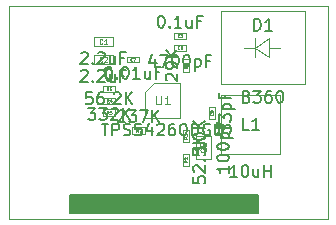
<source format=gbr>
G04 #@! TF.GenerationSoftware,KiCad,Pcbnew,8.0.3*
G04 #@! TF.CreationDate,2024-08-02T19:57:07+02:00*
G04 #@! TF.ProjectId,powermod,706f7765-726d-46f6-942e-6b696361645f,rev?*
G04 #@! TF.SameCoordinates,PXf42400PY2719c40*
G04 #@! TF.FileFunction,AssemblyDrawing,Top*
%FSLAX46Y46*%
G04 Gerber Fmt 4.6, Leading zero omitted, Abs format (unit mm)*
G04 Created by KiCad (PCBNEW 8.0.3) date 2024-08-02 19:57:07*
%MOMM*%
%LPD*%
G01*
G04 APERTURE LIST*
%ADD10C,0.150000*%
%ADD11C,0.060000*%
%ADD12C,0.110000*%
%ADD13C,0.040000*%
%ADD14C,0.080000*%
%ADD15C,0.100000*%
G04 #@! TA.AperFunction,Profile*
%ADD16C,0.120000*%
G04 #@! TD*
G04 APERTURE END LIST*
D10*
X6119048Y-3480057D02*
X6166667Y-3432438D01*
X6166667Y-3432438D02*
X6261905Y-3384819D01*
X6261905Y-3384819D02*
X6500000Y-3384819D01*
X6500000Y-3384819D02*
X6595238Y-3432438D01*
X6595238Y-3432438D02*
X6642857Y-3480057D01*
X6642857Y-3480057D02*
X6690476Y-3575295D01*
X6690476Y-3575295D02*
X6690476Y-3670533D01*
X6690476Y-3670533D02*
X6642857Y-3813390D01*
X6642857Y-3813390D02*
X6071429Y-4384819D01*
X6071429Y-4384819D02*
X6690476Y-4384819D01*
X7119048Y-4289580D02*
X7166667Y-4337200D01*
X7166667Y-4337200D02*
X7119048Y-4384819D01*
X7119048Y-4384819D02*
X7071429Y-4337200D01*
X7071429Y-4337200D02*
X7119048Y-4289580D01*
X7119048Y-4289580D02*
X7119048Y-4384819D01*
X7547619Y-3480057D02*
X7595238Y-3432438D01*
X7595238Y-3432438D02*
X7690476Y-3384819D01*
X7690476Y-3384819D02*
X7928571Y-3384819D01*
X7928571Y-3384819D02*
X8023809Y-3432438D01*
X8023809Y-3432438D02*
X8071428Y-3480057D01*
X8071428Y-3480057D02*
X8119047Y-3575295D01*
X8119047Y-3575295D02*
X8119047Y-3670533D01*
X8119047Y-3670533D02*
X8071428Y-3813390D01*
X8071428Y-3813390D02*
X7500000Y-4384819D01*
X7500000Y-4384819D02*
X8119047Y-4384819D01*
X8976190Y-3718152D02*
X8976190Y-4384819D01*
X8547619Y-3718152D02*
X8547619Y-4241961D01*
X8547619Y-4241961D02*
X8595238Y-4337200D01*
X8595238Y-4337200D02*
X8690476Y-4384819D01*
X8690476Y-4384819D02*
X8833333Y-4384819D01*
X8833333Y-4384819D02*
X8928571Y-4337200D01*
X8928571Y-4337200D02*
X8976190Y-4289580D01*
X9785714Y-3861009D02*
X9452381Y-3861009D01*
X9452381Y-4384819D02*
X9452381Y-3384819D01*
X9452381Y-3384819D02*
X9928571Y-3384819D01*
D11*
X7933333Y-2643832D02*
X7914285Y-2662880D01*
X7914285Y-2662880D02*
X7857143Y-2681927D01*
X7857143Y-2681927D02*
X7819047Y-2681927D01*
X7819047Y-2681927D02*
X7761904Y-2662880D01*
X7761904Y-2662880D02*
X7723809Y-2624784D01*
X7723809Y-2624784D02*
X7704762Y-2586689D01*
X7704762Y-2586689D02*
X7685714Y-2510499D01*
X7685714Y-2510499D02*
X7685714Y-2453356D01*
X7685714Y-2453356D02*
X7704762Y-2377165D01*
X7704762Y-2377165D02*
X7723809Y-2339070D01*
X7723809Y-2339070D02*
X7761904Y-2300975D01*
X7761904Y-2300975D02*
X7819047Y-2281927D01*
X7819047Y-2281927D02*
X7857143Y-2281927D01*
X7857143Y-2281927D02*
X7914285Y-2300975D01*
X7914285Y-2300975D02*
X7933333Y-2320022D01*
X8085714Y-2320022D02*
X8104762Y-2300975D01*
X8104762Y-2300975D02*
X8142857Y-2281927D01*
X8142857Y-2281927D02*
X8238095Y-2281927D01*
X8238095Y-2281927D02*
X8276190Y-2300975D01*
X8276190Y-2300975D02*
X8295238Y-2320022D01*
X8295238Y-2320022D02*
X8314285Y-2358118D01*
X8314285Y-2358118D02*
X8314285Y-2396213D01*
X8314285Y-2396213D02*
X8295238Y-2453356D01*
X8295238Y-2453356D02*
X8066666Y-2681927D01*
X8066666Y-2681927D02*
X8314285Y-2681927D01*
D10*
X7873333Y-7924819D02*
X8444761Y-7924819D01*
X8159047Y-8924819D02*
X8159047Y-7924819D01*
X8778095Y-8924819D02*
X8778095Y-7924819D01*
X8778095Y-7924819D02*
X9159047Y-7924819D01*
X9159047Y-7924819D02*
X9254285Y-7972438D01*
X9254285Y-7972438D02*
X9301904Y-8020057D01*
X9301904Y-8020057D02*
X9349523Y-8115295D01*
X9349523Y-8115295D02*
X9349523Y-8258152D01*
X9349523Y-8258152D02*
X9301904Y-8353390D01*
X9301904Y-8353390D02*
X9254285Y-8401009D01*
X9254285Y-8401009D02*
X9159047Y-8448628D01*
X9159047Y-8448628D02*
X8778095Y-8448628D01*
X9730476Y-8877200D02*
X9873333Y-8924819D01*
X9873333Y-8924819D02*
X10111428Y-8924819D01*
X10111428Y-8924819D02*
X10206666Y-8877200D01*
X10206666Y-8877200D02*
X10254285Y-8829580D01*
X10254285Y-8829580D02*
X10301904Y-8734342D01*
X10301904Y-8734342D02*
X10301904Y-8639104D01*
X10301904Y-8639104D02*
X10254285Y-8543866D01*
X10254285Y-8543866D02*
X10206666Y-8496247D01*
X10206666Y-8496247D02*
X10111428Y-8448628D01*
X10111428Y-8448628D02*
X9920952Y-8401009D01*
X9920952Y-8401009D02*
X9825714Y-8353390D01*
X9825714Y-8353390D02*
X9778095Y-8305771D01*
X9778095Y-8305771D02*
X9730476Y-8210533D01*
X9730476Y-8210533D02*
X9730476Y-8115295D01*
X9730476Y-8115295D02*
X9778095Y-8020057D01*
X9778095Y-8020057D02*
X9825714Y-7972438D01*
X9825714Y-7972438D02*
X9920952Y-7924819D01*
X9920952Y-7924819D02*
X10159047Y-7924819D01*
X10159047Y-7924819D02*
X10301904Y-7972438D01*
X11206666Y-7924819D02*
X10730476Y-7924819D01*
X10730476Y-7924819D02*
X10682857Y-8401009D01*
X10682857Y-8401009D02*
X10730476Y-8353390D01*
X10730476Y-8353390D02*
X10825714Y-8305771D01*
X10825714Y-8305771D02*
X11063809Y-8305771D01*
X11063809Y-8305771D02*
X11159047Y-8353390D01*
X11159047Y-8353390D02*
X11206666Y-8401009D01*
X11206666Y-8401009D02*
X11254285Y-8496247D01*
X11254285Y-8496247D02*
X11254285Y-8734342D01*
X11254285Y-8734342D02*
X11206666Y-8829580D01*
X11206666Y-8829580D02*
X11159047Y-8877200D01*
X11159047Y-8877200D02*
X11063809Y-8924819D01*
X11063809Y-8924819D02*
X10825714Y-8924819D01*
X10825714Y-8924819D02*
X10730476Y-8877200D01*
X10730476Y-8877200D02*
X10682857Y-8829580D01*
X12111428Y-8258152D02*
X12111428Y-8924819D01*
X11873333Y-7877200D02*
X11635238Y-8591485D01*
X11635238Y-8591485D02*
X12254285Y-8591485D01*
X12587619Y-8020057D02*
X12635238Y-7972438D01*
X12635238Y-7972438D02*
X12730476Y-7924819D01*
X12730476Y-7924819D02*
X12968571Y-7924819D01*
X12968571Y-7924819D02*
X13063809Y-7972438D01*
X13063809Y-7972438D02*
X13111428Y-8020057D01*
X13111428Y-8020057D02*
X13159047Y-8115295D01*
X13159047Y-8115295D02*
X13159047Y-8210533D01*
X13159047Y-8210533D02*
X13111428Y-8353390D01*
X13111428Y-8353390D02*
X12540000Y-8924819D01*
X12540000Y-8924819D02*
X13159047Y-8924819D01*
X14016190Y-7924819D02*
X13825714Y-7924819D01*
X13825714Y-7924819D02*
X13730476Y-7972438D01*
X13730476Y-7972438D02*
X13682857Y-8020057D01*
X13682857Y-8020057D02*
X13587619Y-8162914D01*
X13587619Y-8162914D02*
X13540000Y-8353390D01*
X13540000Y-8353390D02*
X13540000Y-8734342D01*
X13540000Y-8734342D02*
X13587619Y-8829580D01*
X13587619Y-8829580D02*
X13635238Y-8877200D01*
X13635238Y-8877200D02*
X13730476Y-8924819D01*
X13730476Y-8924819D02*
X13920952Y-8924819D01*
X13920952Y-8924819D02*
X14016190Y-8877200D01*
X14016190Y-8877200D02*
X14063809Y-8829580D01*
X14063809Y-8829580D02*
X14111428Y-8734342D01*
X14111428Y-8734342D02*
X14111428Y-8496247D01*
X14111428Y-8496247D02*
X14063809Y-8401009D01*
X14063809Y-8401009D02*
X14016190Y-8353390D01*
X14016190Y-8353390D02*
X13920952Y-8305771D01*
X13920952Y-8305771D02*
X13730476Y-8305771D01*
X13730476Y-8305771D02*
X13635238Y-8353390D01*
X13635238Y-8353390D02*
X13587619Y-8401009D01*
X13587619Y-8401009D02*
X13540000Y-8496247D01*
X14730476Y-7924819D02*
X14825714Y-7924819D01*
X14825714Y-7924819D02*
X14920952Y-7972438D01*
X14920952Y-7972438D02*
X14968571Y-8020057D01*
X14968571Y-8020057D02*
X15016190Y-8115295D01*
X15016190Y-8115295D02*
X15063809Y-8305771D01*
X15063809Y-8305771D02*
X15063809Y-8543866D01*
X15063809Y-8543866D02*
X15016190Y-8734342D01*
X15016190Y-8734342D02*
X14968571Y-8829580D01*
X14968571Y-8829580D02*
X14920952Y-8877200D01*
X14920952Y-8877200D02*
X14825714Y-8924819D01*
X14825714Y-8924819D02*
X14730476Y-8924819D01*
X14730476Y-8924819D02*
X14635238Y-8877200D01*
X14635238Y-8877200D02*
X14587619Y-8829580D01*
X14587619Y-8829580D02*
X14540000Y-8734342D01*
X14540000Y-8734342D02*
X14492381Y-8543866D01*
X14492381Y-8543866D02*
X14492381Y-8305771D01*
X14492381Y-8305771D02*
X14540000Y-8115295D01*
X14540000Y-8115295D02*
X14587619Y-8020057D01*
X14587619Y-8020057D02*
X14635238Y-7972438D01*
X14635238Y-7972438D02*
X14730476Y-7924819D01*
X15492381Y-8924819D02*
X15492381Y-7924819D01*
X15492381Y-7924819D02*
X15730476Y-7924819D01*
X15730476Y-7924819D02*
X15873333Y-7972438D01*
X15873333Y-7972438D02*
X15968571Y-8067676D01*
X15968571Y-8067676D02*
X16016190Y-8162914D01*
X16016190Y-8162914D02*
X16063809Y-8353390D01*
X16063809Y-8353390D02*
X16063809Y-8496247D01*
X16063809Y-8496247D02*
X16016190Y-8686723D01*
X16016190Y-8686723D02*
X15968571Y-8781961D01*
X15968571Y-8781961D02*
X15873333Y-8877200D01*
X15873333Y-8877200D02*
X15730476Y-8924819D01*
X15730476Y-8924819D02*
X15492381Y-8924819D01*
X17016190Y-7972438D02*
X16920952Y-7924819D01*
X16920952Y-7924819D02*
X16778095Y-7924819D01*
X16778095Y-7924819D02*
X16635238Y-7972438D01*
X16635238Y-7972438D02*
X16540000Y-8067676D01*
X16540000Y-8067676D02*
X16492381Y-8162914D01*
X16492381Y-8162914D02*
X16444762Y-8353390D01*
X16444762Y-8353390D02*
X16444762Y-8496247D01*
X16444762Y-8496247D02*
X16492381Y-8686723D01*
X16492381Y-8686723D02*
X16540000Y-8781961D01*
X16540000Y-8781961D02*
X16635238Y-8877200D01*
X16635238Y-8877200D02*
X16778095Y-8924819D01*
X16778095Y-8924819D02*
X16873333Y-8924819D01*
X16873333Y-8924819D02*
X17016190Y-8877200D01*
X17016190Y-8877200D02*
X17063809Y-8829580D01*
X17063809Y-8829580D02*
X17063809Y-8496247D01*
X17063809Y-8496247D02*
X16873333Y-8496247D01*
X18159047Y-9020057D02*
X18063809Y-8972438D01*
X18063809Y-8972438D02*
X17968571Y-8877200D01*
X17968571Y-8877200D02*
X17825714Y-8734342D01*
X17825714Y-8734342D02*
X17730476Y-8686723D01*
X17730476Y-8686723D02*
X17635238Y-8686723D01*
X17682857Y-8924819D02*
X17587619Y-8877200D01*
X17587619Y-8877200D02*
X17492381Y-8781961D01*
X17492381Y-8781961D02*
X17444762Y-8591485D01*
X17444762Y-8591485D02*
X17444762Y-8258152D01*
X17444762Y-8258152D02*
X17492381Y-8067676D01*
X17492381Y-8067676D02*
X17587619Y-7972438D01*
X17587619Y-7972438D02*
X17682857Y-7924819D01*
X17682857Y-7924819D02*
X17873333Y-7924819D01*
X17873333Y-7924819D02*
X17968571Y-7972438D01*
X17968571Y-7972438D02*
X18063809Y-8067676D01*
X18063809Y-8067676D02*
X18111428Y-8258152D01*
X18111428Y-8258152D02*
X18111428Y-8591485D01*
X18111428Y-8591485D02*
X18063809Y-8781961D01*
X18063809Y-8781961D02*
X17968571Y-8877200D01*
X17968571Y-8877200D02*
X17873333Y-8924819D01*
X17873333Y-8924819D02*
X17682857Y-8924819D01*
D12*
X12468571Y-5561244D02*
X12468571Y-6168387D01*
X12468571Y-6168387D02*
X12504285Y-6239815D01*
X12504285Y-6239815D02*
X12540000Y-6275530D01*
X12540000Y-6275530D02*
X12611428Y-6311244D01*
X12611428Y-6311244D02*
X12754285Y-6311244D01*
X12754285Y-6311244D02*
X12825714Y-6275530D01*
X12825714Y-6275530D02*
X12861428Y-6239815D01*
X12861428Y-6239815D02*
X12897142Y-6168387D01*
X12897142Y-6168387D02*
X12897142Y-5561244D01*
X13647142Y-6311244D02*
X13218571Y-6311244D01*
X13432856Y-6311244D02*
X13432856Y-5561244D01*
X13432856Y-5561244D02*
X13361428Y-5668387D01*
X13361428Y-5668387D02*
X13289999Y-5739815D01*
X13289999Y-5739815D02*
X13218571Y-5775530D01*
D10*
X13380057Y-4261904D02*
X13332438Y-4214285D01*
X13332438Y-4214285D02*
X13284819Y-4119047D01*
X13284819Y-4119047D02*
X13284819Y-3880952D01*
X13284819Y-3880952D02*
X13332438Y-3785714D01*
X13332438Y-3785714D02*
X13380057Y-3738095D01*
X13380057Y-3738095D02*
X13475295Y-3690476D01*
X13475295Y-3690476D02*
X13570533Y-3690476D01*
X13570533Y-3690476D02*
X13713390Y-3738095D01*
X13713390Y-3738095D02*
X14284819Y-4309523D01*
X14284819Y-4309523D02*
X14284819Y-3690476D01*
X14284819Y-3214285D02*
X14284819Y-3023809D01*
X14284819Y-3023809D02*
X14237200Y-2928571D01*
X14237200Y-2928571D02*
X14189580Y-2880952D01*
X14189580Y-2880952D02*
X14046723Y-2785714D01*
X14046723Y-2785714D02*
X13856247Y-2738095D01*
X13856247Y-2738095D02*
X13475295Y-2738095D01*
X13475295Y-2738095D02*
X13380057Y-2785714D01*
X13380057Y-2785714D02*
X13332438Y-2833333D01*
X13332438Y-2833333D02*
X13284819Y-2928571D01*
X13284819Y-2928571D02*
X13284819Y-3119047D01*
X13284819Y-3119047D02*
X13332438Y-3214285D01*
X13332438Y-3214285D02*
X13380057Y-3261904D01*
X13380057Y-3261904D02*
X13475295Y-3309523D01*
X13475295Y-3309523D02*
X13713390Y-3309523D01*
X13713390Y-3309523D02*
X13808628Y-3261904D01*
X13808628Y-3261904D02*
X13856247Y-3214285D01*
X13856247Y-3214285D02*
X13903866Y-3119047D01*
X13903866Y-3119047D02*
X13903866Y-2928571D01*
X13903866Y-2928571D02*
X13856247Y-2833333D01*
X13856247Y-2833333D02*
X13808628Y-2785714D01*
X13808628Y-2785714D02*
X13713390Y-2738095D01*
X14284819Y-2309523D02*
X13284819Y-2309523D01*
X14284819Y-1738095D02*
X13713390Y-2166666D01*
X13284819Y-1738095D02*
X13856247Y-2309523D01*
D13*
X15118200Y-3043332D02*
X14994391Y-3129999D01*
X15118200Y-3191904D02*
X14858200Y-3191904D01*
X14858200Y-3191904D02*
X14858200Y-3092856D01*
X14858200Y-3092856D02*
X14870581Y-3068094D01*
X14870581Y-3068094D02*
X14882962Y-3055713D01*
X14882962Y-3055713D02*
X14907724Y-3043332D01*
X14907724Y-3043332D02*
X14944867Y-3043332D01*
X14944867Y-3043332D02*
X14969629Y-3055713D01*
X14969629Y-3055713D02*
X14982010Y-3068094D01*
X14982010Y-3068094D02*
X14994391Y-3092856D01*
X14994391Y-3092856D02*
X14994391Y-3191904D01*
X14969629Y-2894761D02*
X14957248Y-2919523D01*
X14957248Y-2919523D02*
X14944867Y-2931904D01*
X14944867Y-2931904D02*
X14920105Y-2944285D01*
X14920105Y-2944285D02*
X14907724Y-2944285D01*
X14907724Y-2944285D02*
X14882962Y-2931904D01*
X14882962Y-2931904D02*
X14870581Y-2919523D01*
X14870581Y-2919523D02*
X14858200Y-2894761D01*
X14858200Y-2894761D02*
X14858200Y-2845237D01*
X14858200Y-2845237D02*
X14870581Y-2820475D01*
X14870581Y-2820475D02*
X14882962Y-2808094D01*
X14882962Y-2808094D02*
X14907724Y-2795713D01*
X14907724Y-2795713D02*
X14920105Y-2795713D01*
X14920105Y-2795713D02*
X14944867Y-2808094D01*
X14944867Y-2808094D02*
X14957248Y-2820475D01*
X14957248Y-2820475D02*
X14969629Y-2845237D01*
X14969629Y-2845237D02*
X14969629Y-2894761D01*
X14969629Y-2894761D02*
X14982010Y-2919523D01*
X14982010Y-2919523D02*
X14994391Y-2931904D01*
X14994391Y-2931904D02*
X15019153Y-2944285D01*
X15019153Y-2944285D02*
X15068677Y-2944285D01*
X15068677Y-2944285D02*
X15093439Y-2931904D01*
X15093439Y-2931904D02*
X15105820Y-2919523D01*
X15105820Y-2919523D02*
X15118200Y-2894761D01*
X15118200Y-2894761D02*
X15118200Y-2845237D01*
X15118200Y-2845237D02*
X15105820Y-2820475D01*
X15105820Y-2820475D02*
X15093439Y-2808094D01*
X15093439Y-2808094D02*
X15068677Y-2795713D01*
X15068677Y-2795713D02*
X15019153Y-2795713D01*
X15019153Y-2795713D02*
X14994391Y-2808094D01*
X14994391Y-2808094D02*
X14982010Y-2820475D01*
X14982010Y-2820475D02*
X14969629Y-2845237D01*
D10*
X9261905Y-6880057D02*
X9309524Y-6832438D01*
X9309524Y-6832438D02*
X9404762Y-6784819D01*
X9404762Y-6784819D02*
X9642857Y-6784819D01*
X9642857Y-6784819D02*
X9738095Y-6832438D01*
X9738095Y-6832438D02*
X9785714Y-6880057D01*
X9785714Y-6880057D02*
X9833333Y-6975295D01*
X9833333Y-6975295D02*
X9833333Y-7070533D01*
X9833333Y-7070533D02*
X9785714Y-7213390D01*
X9785714Y-7213390D02*
X9214286Y-7784819D01*
X9214286Y-7784819D02*
X9833333Y-7784819D01*
X10166667Y-6784819D02*
X10785714Y-6784819D01*
X10785714Y-6784819D02*
X10452381Y-7165771D01*
X10452381Y-7165771D02*
X10595238Y-7165771D01*
X10595238Y-7165771D02*
X10690476Y-7213390D01*
X10690476Y-7213390D02*
X10738095Y-7261009D01*
X10738095Y-7261009D02*
X10785714Y-7356247D01*
X10785714Y-7356247D02*
X10785714Y-7594342D01*
X10785714Y-7594342D02*
X10738095Y-7689580D01*
X10738095Y-7689580D02*
X10690476Y-7737200D01*
X10690476Y-7737200D02*
X10595238Y-7784819D01*
X10595238Y-7784819D02*
X10309524Y-7784819D01*
X10309524Y-7784819D02*
X10214286Y-7737200D01*
X10214286Y-7737200D02*
X10166667Y-7689580D01*
X11119048Y-6784819D02*
X11785714Y-6784819D01*
X11785714Y-6784819D02*
X11357143Y-7784819D01*
X12166667Y-7784819D02*
X12166667Y-6784819D01*
X12738095Y-7784819D02*
X12309524Y-7213390D01*
X12738095Y-6784819D02*
X12166667Y-7356247D01*
D13*
X10956667Y-8618200D02*
X10870000Y-8494391D01*
X10808095Y-8618200D02*
X10808095Y-8358200D01*
X10808095Y-8358200D02*
X10907143Y-8358200D01*
X10907143Y-8358200D02*
X10931905Y-8370581D01*
X10931905Y-8370581D02*
X10944286Y-8382962D01*
X10944286Y-8382962D02*
X10956667Y-8407724D01*
X10956667Y-8407724D02*
X10956667Y-8444867D01*
X10956667Y-8444867D02*
X10944286Y-8469629D01*
X10944286Y-8469629D02*
X10931905Y-8482010D01*
X10931905Y-8482010D02*
X10907143Y-8494391D01*
X10907143Y-8494391D02*
X10808095Y-8494391D01*
X11043333Y-8358200D02*
X11216667Y-8358200D01*
X11216667Y-8358200D02*
X11105238Y-8618200D01*
D10*
X8442381Y-3284819D02*
X8537619Y-3284819D01*
X8537619Y-3284819D02*
X8632857Y-3332438D01*
X8632857Y-3332438D02*
X8680476Y-3380057D01*
X8680476Y-3380057D02*
X8728095Y-3475295D01*
X8728095Y-3475295D02*
X8775714Y-3665771D01*
X8775714Y-3665771D02*
X8775714Y-3903866D01*
X8775714Y-3903866D02*
X8728095Y-4094342D01*
X8728095Y-4094342D02*
X8680476Y-4189580D01*
X8680476Y-4189580D02*
X8632857Y-4237200D01*
X8632857Y-4237200D02*
X8537619Y-4284819D01*
X8537619Y-4284819D02*
X8442381Y-4284819D01*
X8442381Y-4284819D02*
X8347143Y-4237200D01*
X8347143Y-4237200D02*
X8299524Y-4189580D01*
X8299524Y-4189580D02*
X8251905Y-4094342D01*
X8251905Y-4094342D02*
X8204286Y-3903866D01*
X8204286Y-3903866D02*
X8204286Y-3665771D01*
X8204286Y-3665771D02*
X8251905Y-3475295D01*
X8251905Y-3475295D02*
X8299524Y-3380057D01*
X8299524Y-3380057D02*
X8347143Y-3332438D01*
X8347143Y-3332438D02*
X8442381Y-3284819D01*
D13*
X8446667Y-5118200D02*
X8360000Y-4994391D01*
X8298095Y-5118200D02*
X8298095Y-4858200D01*
X8298095Y-4858200D02*
X8397143Y-4858200D01*
X8397143Y-4858200D02*
X8421905Y-4870581D01*
X8421905Y-4870581D02*
X8434286Y-4882962D01*
X8434286Y-4882962D02*
X8446667Y-4907724D01*
X8446667Y-4907724D02*
X8446667Y-4944867D01*
X8446667Y-4944867D02*
X8434286Y-4969629D01*
X8434286Y-4969629D02*
X8421905Y-4982010D01*
X8421905Y-4982010D02*
X8397143Y-4994391D01*
X8397143Y-4994391D02*
X8298095Y-4994391D01*
X8669524Y-4858200D02*
X8620000Y-4858200D01*
X8620000Y-4858200D02*
X8595238Y-4870581D01*
X8595238Y-4870581D02*
X8582857Y-4882962D01*
X8582857Y-4882962D02*
X8558095Y-4920105D01*
X8558095Y-4920105D02*
X8545714Y-4969629D01*
X8545714Y-4969629D02*
X8545714Y-5068677D01*
X8545714Y-5068677D02*
X8558095Y-5093439D01*
X8558095Y-5093439D02*
X8570476Y-5105820D01*
X8570476Y-5105820D02*
X8595238Y-5118200D01*
X8595238Y-5118200D02*
X8644762Y-5118200D01*
X8644762Y-5118200D02*
X8669524Y-5105820D01*
X8669524Y-5105820D02*
X8681905Y-5093439D01*
X8681905Y-5093439D02*
X8694286Y-5068677D01*
X8694286Y-5068677D02*
X8694286Y-5006772D01*
X8694286Y-5006772D02*
X8681905Y-4982010D01*
X8681905Y-4982010D02*
X8669524Y-4969629D01*
X8669524Y-4969629D02*
X8644762Y-4957248D01*
X8644762Y-4957248D02*
X8595238Y-4957248D01*
X8595238Y-4957248D02*
X8570476Y-4969629D01*
X8570476Y-4969629D02*
X8558095Y-4982010D01*
X8558095Y-4982010D02*
X8545714Y-5006772D01*
D10*
X7047619Y-5284819D02*
X6571429Y-5284819D01*
X6571429Y-5284819D02*
X6523810Y-5761009D01*
X6523810Y-5761009D02*
X6571429Y-5713390D01*
X6571429Y-5713390D02*
X6666667Y-5665771D01*
X6666667Y-5665771D02*
X6904762Y-5665771D01*
X6904762Y-5665771D02*
X7000000Y-5713390D01*
X7000000Y-5713390D02*
X7047619Y-5761009D01*
X7047619Y-5761009D02*
X7095238Y-5856247D01*
X7095238Y-5856247D02*
X7095238Y-6094342D01*
X7095238Y-6094342D02*
X7047619Y-6189580D01*
X7047619Y-6189580D02*
X7000000Y-6237200D01*
X7000000Y-6237200D02*
X6904762Y-6284819D01*
X6904762Y-6284819D02*
X6666667Y-6284819D01*
X6666667Y-6284819D02*
X6571429Y-6237200D01*
X6571429Y-6237200D02*
X6523810Y-6189580D01*
X7952381Y-5284819D02*
X7761905Y-5284819D01*
X7761905Y-5284819D02*
X7666667Y-5332438D01*
X7666667Y-5332438D02*
X7619048Y-5380057D01*
X7619048Y-5380057D02*
X7523810Y-5522914D01*
X7523810Y-5522914D02*
X7476191Y-5713390D01*
X7476191Y-5713390D02*
X7476191Y-6094342D01*
X7476191Y-6094342D02*
X7523810Y-6189580D01*
X7523810Y-6189580D02*
X7571429Y-6237200D01*
X7571429Y-6237200D02*
X7666667Y-6284819D01*
X7666667Y-6284819D02*
X7857143Y-6284819D01*
X7857143Y-6284819D02*
X7952381Y-6237200D01*
X7952381Y-6237200D02*
X8000000Y-6189580D01*
X8000000Y-6189580D02*
X8047619Y-6094342D01*
X8047619Y-6094342D02*
X8047619Y-5856247D01*
X8047619Y-5856247D02*
X8000000Y-5761009D01*
X8000000Y-5761009D02*
X7952381Y-5713390D01*
X7952381Y-5713390D02*
X7857143Y-5665771D01*
X7857143Y-5665771D02*
X7666667Y-5665771D01*
X7666667Y-5665771D02*
X7571429Y-5713390D01*
X7571429Y-5713390D02*
X7523810Y-5761009D01*
X7523810Y-5761009D02*
X7476191Y-5856247D01*
X8476191Y-6189580D02*
X8523810Y-6237200D01*
X8523810Y-6237200D02*
X8476191Y-6284819D01*
X8476191Y-6284819D02*
X8428572Y-6237200D01*
X8428572Y-6237200D02*
X8476191Y-6189580D01*
X8476191Y-6189580D02*
X8476191Y-6284819D01*
X8904762Y-5380057D02*
X8952381Y-5332438D01*
X8952381Y-5332438D02*
X9047619Y-5284819D01*
X9047619Y-5284819D02*
X9285714Y-5284819D01*
X9285714Y-5284819D02*
X9380952Y-5332438D01*
X9380952Y-5332438D02*
X9428571Y-5380057D01*
X9428571Y-5380057D02*
X9476190Y-5475295D01*
X9476190Y-5475295D02*
X9476190Y-5570533D01*
X9476190Y-5570533D02*
X9428571Y-5713390D01*
X9428571Y-5713390D02*
X8857143Y-6284819D01*
X8857143Y-6284819D02*
X9476190Y-6284819D01*
X9904762Y-6284819D02*
X9904762Y-5284819D01*
X10476190Y-6284819D02*
X10047619Y-5713390D01*
X10476190Y-5284819D02*
X9904762Y-5856247D01*
D13*
X8456667Y-7118200D02*
X8370000Y-6994391D01*
X8308095Y-7118200D02*
X8308095Y-6858200D01*
X8308095Y-6858200D02*
X8407143Y-6858200D01*
X8407143Y-6858200D02*
X8431905Y-6870581D01*
X8431905Y-6870581D02*
X8444286Y-6882962D01*
X8444286Y-6882962D02*
X8456667Y-6907724D01*
X8456667Y-6907724D02*
X8456667Y-6944867D01*
X8456667Y-6944867D02*
X8444286Y-6969629D01*
X8444286Y-6969629D02*
X8431905Y-6982010D01*
X8431905Y-6982010D02*
X8407143Y-6994391D01*
X8407143Y-6994391D02*
X8308095Y-6994391D01*
X8691905Y-6858200D02*
X8568095Y-6858200D01*
X8568095Y-6858200D02*
X8555714Y-6982010D01*
X8555714Y-6982010D02*
X8568095Y-6969629D01*
X8568095Y-6969629D02*
X8592857Y-6957248D01*
X8592857Y-6957248D02*
X8654762Y-6957248D01*
X8654762Y-6957248D02*
X8679524Y-6969629D01*
X8679524Y-6969629D02*
X8691905Y-6982010D01*
X8691905Y-6982010D02*
X8704286Y-7006772D01*
X8704286Y-7006772D02*
X8704286Y-7068677D01*
X8704286Y-7068677D02*
X8691905Y-7093439D01*
X8691905Y-7093439D02*
X8679524Y-7105820D01*
X8679524Y-7105820D02*
X8654762Y-7118200D01*
X8654762Y-7118200D02*
X8592857Y-7118200D01*
X8592857Y-7118200D02*
X8568095Y-7105820D01*
X8568095Y-7105820D02*
X8555714Y-7093439D01*
D10*
X6714286Y-6624819D02*
X7333333Y-6624819D01*
X7333333Y-6624819D02*
X7000000Y-7005771D01*
X7000000Y-7005771D02*
X7142857Y-7005771D01*
X7142857Y-7005771D02*
X7238095Y-7053390D01*
X7238095Y-7053390D02*
X7285714Y-7101009D01*
X7285714Y-7101009D02*
X7333333Y-7196247D01*
X7333333Y-7196247D02*
X7333333Y-7434342D01*
X7333333Y-7434342D02*
X7285714Y-7529580D01*
X7285714Y-7529580D02*
X7238095Y-7577200D01*
X7238095Y-7577200D02*
X7142857Y-7624819D01*
X7142857Y-7624819D02*
X6857143Y-7624819D01*
X6857143Y-7624819D02*
X6761905Y-7577200D01*
X6761905Y-7577200D02*
X6714286Y-7529580D01*
X7666667Y-6624819D02*
X8285714Y-6624819D01*
X8285714Y-6624819D02*
X7952381Y-7005771D01*
X7952381Y-7005771D02*
X8095238Y-7005771D01*
X8095238Y-7005771D02*
X8190476Y-7053390D01*
X8190476Y-7053390D02*
X8238095Y-7101009D01*
X8238095Y-7101009D02*
X8285714Y-7196247D01*
X8285714Y-7196247D02*
X8285714Y-7434342D01*
X8285714Y-7434342D02*
X8238095Y-7529580D01*
X8238095Y-7529580D02*
X8190476Y-7577200D01*
X8190476Y-7577200D02*
X8095238Y-7624819D01*
X8095238Y-7624819D02*
X7809524Y-7624819D01*
X7809524Y-7624819D02*
X7714286Y-7577200D01*
X7714286Y-7577200D02*
X7666667Y-7529580D01*
X8666667Y-6720057D02*
X8714286Y-6672438D01*
X8714286Y-6672438D02*
X8809524Y-6624819D01*
X8809524Y-6624819D02*
X9047619Y-6624819D01*
X9047619Y-6624819D02*
X9142857Y-6672438D01*
X9142857Y-6672438D02*
X9190476Y-6720057D01*
X9190476Y-6720057D02*
X9238095Y-6815295D01*
X9238095Y-6815295D02*
X9238095Y-6910533D01*
X9238095Y-6910533D02*
X9190476Y-7053390D01*
X9190476Y-7053390D02*
X8619048Y-7624819D01*
X8619048Y-7624819D02*
X9238095Y-7624819D01*
X9666667Y-7624819D02*
X9666667Y-6624819D01*
X10238095Y-7624819D02*
X9809524Y-7053390D01*
X10238095Y-6624819D02*
X9666667Y-7196247D01*
D13*
X8456667Y-6118200D02*
X8370000Y-5994391D01*
X8308095Y-6118200D02*
X8308095Y-5858200D01*
X8308095Y-5858200D02*
X8407143Y-5858200D01*
X8407143Y-5858200D02*
X8431905Y-5870581D01*
X8431905Y-5870581D02*
X8444286Y-5882962D01*
X8444286Y-5882962D02*
X8456667Y-5907724D01*
X8456667Y-5907724D02*
X8456667Y-5944867D01*
X8456667Y-5944867D02*
X8444286Y-5969629D01*
X8444286Y-5969629D02*
X8431905Y-5982010D01*
X8431905Y-5982010D02*
X8407143Y-5994391D01*
X8407143Y-5994391D02*
X8308095Y-5994391D01*
X8679524Y-5944867D02*
X8679524Y-6118200D01*
X8617619Y-5845820D02*
X8555714Y-6031534D01*
X8555714Y-6031534D02*
X8716667Y-6031534D01*
D10*
X16624819Y-9690476D02*
X16624819Y-10261904D01*
X16624819Y-9976190D02*
X15624819Y-9976190D01*
X15624819Y-9976190D02*
X15767676Y-10071428D01*
X15767676Y-10071428D02*
X15862914Y-10166666D01*
X15862914Y-10166666D02*
X15910533Y-10261904D01*
X15624819Y-9071428D02*
X15624819Y-8976190D01*
X15624819Y-8976190D02*
X15672438Y-8880952D01*
X15672438Y-8880952D02*
X15720057Y-8833333D01*
X15720057Y-8833333D02*
X15815295Y-8785714D01*
X15815295Y-8785714D02*
X16005771Y-8738095D01*
X16005771Y-8738095D02*
X16243866Y-8738095D01*
X16243866Y-8738095D02*
X16434342Y-8785714D01*
X16434342Y-8785714D02*
X16529580Y-8833333D01*
X16529580Y-8833333D02*
X16577200Y-8880952D01*
X16577200Y-8880952D02*
X16624819Y-8976190D01*
X16624819Y-8976190D02*
X16624819Y-9071428D01*
X16624819Y-9071428D02*
X16577200Y-9166666D01*
X16577200Y-9166666D02*
X16529580Y-9214285D01*
X16529580Y-9214285D02*
X16434342Y-9261904D01*
X16434342Y-9261904D02*
X16243866Y-9309523D01*
X16243866Y-9309523D02*
X16005771Y-9309523D01*
X16005771Y-9309523D02*
X15815295Y-9261904D01*
X15815295Y-9261904D02*
X15720057Y-9214285D01*
X15720057Y-9214285D02*
X15672438Y-9166666D01*
X15672438Y-9166666D02*
X15624819Y-9071428D01*
X16624819Y-8309523D02*
X15624819Y-8309523D01*
X16624819Y-7738095D02*
X16053390Y-8166666D01*
X15624819Y-7738095D02*
X16196247Y-8309523D01*
D13*
X15118200Y-9043332D02*
X14994391Y-9129999D01*
X15118200Y-9191904D02*
X14858200Y-9191904D01*
X14858200Y-9191904D02*
X14858200Y-9092856D01*
X14858200Y-9092856D02*
X14870581Y-9068094D01*
X14870581Y-9068094D02*
X14882962Y-9055713D01*
X14882962Y-9055713D02*
X14907724Y-9043332D01*
X14907724Y-9043332D02*
X14944867Y-9043332D01*
X14944867Y-9043332D02*
X14969629Y-9055713D01*
X14969629Y-9055713D02*
X14982010Y-9068094D01*
X14982010Y-9068094D02*
X14994391Y-9092856D01*
X14994391Y-9092856D02*
X14994391Y-9191904D01*
X14858200Y-8956666D02*
X14858200Y-8795713D01*
X14858200Y-8795713D02*
X14957248Y-8882380D01*
X14957248Y-8882380D02*
X14957248Y-8845237D01*
X14957248Y-8845237D02*
X14969629Y-8820475D01*
X14969629Y-8820475D02*
X14982010Y-8808094D01*
X14982010Y-8808094D02*
X15006772Y-8795713D01*
X15006772Y-8795713D02*
X15068677Y-8795713D01*
X15068677Y-8795713D02*
X15093439Y-8808094D01*
X15093439Y-8808094D02*
X15105820Y-8820475D01*
X15105820Y-8820475D02*
X15118200Y-8845237D01*
X15118200Y-8845237D02*
X15118200Y-8919523D01*
X15118200Y-8919523D02*
X15105820Y-8944285D01*
X15105820Y-8944285D02*
X15093439Y-8956666D01*
D10*
X15624819Y-12452380D02*
X15624819Y-12928570D01*
X15624819Y-12928570D02*
X16101009Y-12976189D01*
X16101009Y-12976189D02*
X16053390Y-12928570D01*
X16053390Y-12928570D02*
X16005771Y-12833332D01*
X16005771Y-12833332D02*
X16005771Y-12595237D01*
X16005771Y-12595237D02*
X16053390Y-12499999D01*
X16053390Y-12499999D02*
X16101009Y-12452380D01*
X16101009Y-12452380D02*
X16196247Y-12404761D01*
X16196247Y-12404761D02*
X16434342Y-12404761D01*
X16434342Y-12404761D02*
X16529580Y-12452380D01*
X16529580Y-12452380D02*
X16577200Y-12499999D01*
X16577200Y-12499999D02*
X16624819Y-12595237D01*
X16624819Y-12595237D02*
X16624819Y-12833332D01*
X16624819Y-12833332D02*
X16577200Y-12928570D01*
X16577200Y-12928570D02*
X16529580Y-12976189D01*
X15720057Y-12023808D02*
X15672438Y-11976189D01*
X15672438Y-11976189D02*
X15624819Y-11880951D01*
X15624819Y-11880951D02*
X15624819Y-11642856D01*
X15624819Y-11642856D02*
X15672438Y-11547618D01*
X15672438Y-11547618D02*
X15720057Y-11499999D01*
X15720057Y-11499999D02*
X15815295Y-11452380D01*
X15815295Y-11452380D02*
X15910533Y-11452380D01*
X15910533Y-11452380D02*
X16053390Y-11499999D01*
X16053390Y-11499999D02*
X16624819Y-12071427D01*
X16624819Y-12071427D02*
X16624819Y-11452380D01*
X16529580Y-11023808D02*
X16577200Y-10976189D01*
X16577200Y-10976189D02*
X16624819Y-11023808D01*
X16624819Y-11023808D02*
X16577200Y-11071427D01*
X16577200Y-11071427D02*
X16529580Y-11023808D01*
X16529580Y-11023808D02*
X16624819Y-11023808D01*
X15624819Y-10071428D02*
X15624819Y-10547618D01*
X15624819Y-10547618D02*
X16101009Y-10595237D01*
X16101009Y-10595237D02*
X16053390Y-10547618D01*
X16053390Y-10547618D02*
X16005771Y-10452380D01*
X16005771Y-10452380D02*
X16005771Y-10214285D01*
X16005771Y-10214285D02*
X16053390Y-10119047D01*
X16053390Y-10119047D02*
X16101009Y-10071428D01*
X16101009Y-10071428D02*
X16196247Y-10023809D01*
X16196247Y-10023809D02*
X16434342Y-10023809D01*
X16434342Y-10023809D02*
X16529580Y-10071428D01*
X16529580Y-10071428D02*
X16577200Y-10119047D01*
X16577200Y-10119047D02*
X16624819Y-10214285D01*
X16624819Y-10214285D02*
X16624819Y-10452380D01*
X16624819Y-10452380D02*
X16577200Y-10547618D01*
X16577200Y-10547618D02*
X16529580Y-10595237D01*
X16624819Y-9595237D02*
X15624819Y-9595237D01*
X16624819Y-9023809D02*
X16053390Y-9452380D01*
X15624819Y-9023809D02*
X16196247Y-9595237D01*
D13*
X15118200Y-11043332D02*
X14994391Y-11129999D01*
X15118200Y-11191904D02*
X14858200Y-11191904D01*
X14858200Y-11191904D02*
X14858200Y-11092856D01*
X14858200Y-11092856D02*
X14870581Y-11068094D01*
X14870581Y-11068094D02*
X14882962Y-11055713D01*
X14882962Y-11055713D02*
X14907724Y-11043332D01*
X14907724Y-11043332D02*
X14944867Y-11043332D01*
X14944867Y-11043332D02*
X14969629Y-11055713D01*
X14969629Y-11055713D02*
X14982010Y-11068094D01*
X14982010Y-11068094D02*
X14994391Y-11092856D01*
X14994391Y-11092856D02*
X14994391Y-11191904D01*
X14882962Y-10944285D02*
X14870581Y-10931904D01*
X14870581Y-10931904D02*
X14858200Y-10907142D01*
X14858200Y-10907142D02*
X14858200Y-10845237D01*
X14858200Y-10845237D02*
X14870581Y-10820475D01*
X14870581Y-10820475D02*
X14882962Y-10808094D01*
X14882962Y-10808094D02*
X14907724Y-10795713D01*
X14907724Y-10795713D02*
X14932486Y-10795713D01*
X14932486Y-10795713D02*
X14969629Y-10808094D01*
X14969629Y-10808094D02*
X15118200Y-10956666D01*
X15118200Y-10956666D02*
X15118200Y-10795713D01*
D10*
X19333333Y-12454819D02*
X18761905Y-12454819D01*
X19047619Y-12454819D02*
X19047619Y-11454819D01*
X19047619Y-11454819D02*
X18952381Y-11597676D01*
X18952381Y-11597676D02*
X18857143Y-11692914D01*
X18857143Y-11692914D02*
X18761905Y-11740533D01*
X19952381Y-11454819D02*
X20047619Y-11454819D01*
X20047619Y-11454819D02*
X20142857Y-11502438D01*
X20142857Y-11502438D02*
X20190476Y-11550057D01*
X20190476Y-11550057D02*
X20238095Y-11645295D01*
X20238095Y-11645295D02*
X20285714Y-11835771D01*
X20285714Y-11835771D02*
X20285714Y-12073866D01*
X20285714Y-12073866D02*
X20238095Y-12264342D01*
X20238095Y-12264342D02*
X20190476Y-12359580D01*
X20190476Y-12359580D02*
X20142857Y-12407200D01*
X20142857Y-12407200D02*
X20047619Y-12454819D01*
X20047619Y-12454819D02*
X19952381Y-12454819D01*
X19952381Y-12454819D02*
X19857143Y-12407200D01*
X19857143Y-12407200D02*
X19809524Y-12359580D01*
X19809524Y-12359580D02*
X19761905Y-12264342D01*
X19761905Y-12264342D02*
X19714286Y-12073866D01*
X19714286Y-12073866D02*
X19714286Y-11835771D01*
X19714286Y-11835771D02*
X19761905Y-11645295D01*
X19761905Y-11645295D02*
X19809524Y-11550057D01*
X19809524Y-11550057D02*
X19857143Y-11502438D01*
X19857143Y-11502438D02*
X19952381Y-11454819D01*
X21142857Y-11788152D02*
X21142857Y-12454819D01*
X20714286Y-11788152D02*
X20714286Y-12311961D01*
X20714286Y-12311961D02*
X20761905Y-12407200D01*
X20761905Y-12407200D02*
X20857143Y-12454819D01*
X20857143Y-12454819D02*
X21000000Y-12454819D01*
X21000000Y-12454819D02*
X21095238Y-12407200D01*
X21095238Y-12407200D02*
X21142857Y-12359580D01*
X21619048Y-12454819D02*
X21619048Y-11454819D01*
X21619048Y-11931009D02*
X22190476Y-11931009D01*
X22190476Y-12454819D02*
X22190476Y-11454819D01*
X20333333Y-8454819D02*
X19857143Y-8454819D01*
X19857143Y-8454819D02*
X19857143Y-7454819D01*
X21190476Y-8454819D02*
X20619048Y-8454819D01*
X20904762Y-8454819D02*
X20904762Y-7454819D01*
X20904762Y-7454819D02*
X20809524Y-7597676D01*
X20809524Y-7597676D02*
X20714286Y-7692914D01*
X20714286Y-7692914D02*
X20619048Y-7740533D01*
X20142857Y-5631009D02*
X20285714Y-5678628D01*
X20285714Y-5678628D02*
X20333333Y-5726247D01*
X20333333Y-5726247D02*
X20380952Y-5821485D01*
X20380952Y-5821485D02*
X20380952Y-5964342D01*
X20380952Y-5964342D02*
X20333333Y-6059580D01*
X20333333Y-6059580D02*
X20285714Y-6107200D01*
X20285714Y-6107200D02*
X20190476Y-6154819D01*
X20190476Y-6154819D02*
X19809524Y-6154819D01*
X19809524Y-6154819D02*
X19809524Y-5154819D01*
X19809524Y-5154819D02*
X20142857Y-5154819D01*
X20142857Y-5154819D02*
X20238095Y-5202438D01*
X20238095Y-5202438D02*
X20285714Y-5250057D01*
X20285714Y-5250057D02*
X20333333Y-5345295D01*
X20333333Y-5345295D02*
X20333333Y-5440533D01*
X20333333Y-5440533D02*
X20285714Y-5535771D01*
X20285714Y-5535771D02*
X20238095Y-5583390D01*
X20238095Y-5583390D02*
X20142857Y-5631009D01*
X20142857Y-5631009D02*
X19809524Y-5631009D01*
X20714286Y-5154819D02*
X21333333Y-5154819D01*
X21333333Y-5154819D02*
X21000000Y-5535771D01*
X21000000Y-5535771D02*
X21142857Y-5535771D01*
X21142857Y-5535771D02*
X21238095Y-5583390D01*
X21238095Y-5583390D02*
X21285714Y-5631009D01*
X21285714Y-5631009D02*
X21333333Y-5726247D01*
X21333333Y-5726247D02*
X21333333Y-5964342D01*
X21333333Y-5964342D02*
X21285714Y-6059580D01*
X21285714Y-6059580D02*
X21238095Y-6107200D01*
X21238095Y-6107200D02*
X21142857Y-6154819D01*
X21142857Y-6154819D02*
X20857143Y-6154819D01*
X20857143Y-6154819D02*
X20761905Y-6107200D01*
X20761905Y-6107200D02*
X20714286Y-6059580D01*
X22190476Y-5154819D02*
X22000000Y-5154819D01*
X22000000Y-5154819D02*
X21904762Y-5202438D01*
X21904762Y-5202438D02*
X21857143Y-5250057D01*
X21857143Y-5250057D02*
X21761905Y-5392914D01*
X21761905Y-5392914D02*
X21714286Y-5583390D01*
X21714286Y-5583390D02*
X21714286Y-5964342D01*
X21714286Y-5964342D02*
X21761905Y-6059580D01*
X21761905Y-6059580D02*
X21809524Y-6107200D01*
X21809524Y-6107200D02*
X21904762Y-6154819D01*
X21904762Y-6154819D02*
X22095238Y-6154819D01*
X22095238Y-6154819D02*
X22190476Y-6107200D01*
X22190476Y-6107200D02*
X22238095Y-6059580D01*
X22238095Y-6059580D02*
X22285714Y-5964342D01*
X22285714Y-5964342D02*
X22285714Y-5726247D01*
X22285714Y-5726247D02*
X22238095Y-5631009D01*
X22238095Y-5631009D02*
X22190476Y-5583390D01*
X22190476Y-5583390D02*
X22095238Y-5535771D01*
X22095238Y-5535771D02*
X21904762Y-5535771D01*
X21904762Y-5535771D02*
X21809524Y-5583390D01*
X21809524Y-5583390D02*
X21761905Y-5631009D01*
X21761905Y-5631009D02*
X21714286Y-5726247D01*
X22904762Y-5154819D02*
X23000000Y-5154819D01*
X23000000Y-5154819D02*
X23095238Y-5202438D01*
X23095238Y-5202438D02*
X23142857Y-5250057D01*
X23142857Y-5250057D02*
X23190476Y-5345295D01*
X23190476Y-5345295D02*
X23238095Y-5535771D01*
X23238095Y-5535771D02*
X23238095Y-5773866D01*
X23238095Y-5773866D02*
X23190476Y-5964342D01*
X23190476Y-5964342D02*
X23142857Y-6059580D01*
X23142857Y-6059580D02*
X23095238Y-6107200D01*
X23095238Y-6107200D02*
X23000000Y-6154819D01*
X23000000Y-6154819D02*
X22904762Y-6154819D01*
X22904762Y-6154819D02*
X22809524Y-6107200D01*
X22809524Y-6107200D02*
X22761905Y-6059580D01*
X22761905Y-6059580D02*
X22714286Y-5964342D01*
X22714286Y-5964342D02*
X22666667Y-5773866D01*
X22666667Y-5773866D02*
X22666667Y-5535771D01*
X22666667Y-5535771D02*
X22714286Y-5345295D01*
X22714286Y-5345295D02*
X22761905Y-5250057D01*
X22761905Y-5250057D02*
X22809524Y-5202438D01*
X22809524Y-5202438D02*
X22904762Y-5154819D01*
X20761905Y-54819D02*
X20761905Y945181D01*
X20761905Y945181D02*
X21000000Y945181D01*
X21000000Y945181D02*
X21142857Y897562D01*
X21142857Y897562D02*
X21238095Y802324D01*
X21238095Y802324D02*
X21285714Y707086D01*
X21285714Y707086D02*
X21333333Y516610D01*
X21333333Y516610D02*
X21333333Y373753D01*
X21333333Y373753D02*
X21285714Y183277D01*
X21285714Y183277D02*
X21238095Y88039D01*
X21238095Y88039D02*
X21142857Y-7200D01*
X21142857Y-7200D02*
X21000000Y-54819D01*
X21000000Y-54819D02*
X20761905Y-54819D01*
X22285714Y-54819D02*
X21714286Y-54819D01*
X22000000Y-54819D02*
X22000000Y945181D01*
X22000000Y945181D02*
X21904762Y802324D01*
X21904762Y802324D02*
X21809524Y707086D01*
X21809524Y707086D02*
X21714286Y659467D01*
X17818940Y-8706132D02*
X17818940Y-8087085D01*
X17818940Y-8087085D02*
X18199892Y-8420418D01*
X18199892Y-8420418D02*
X18199892Y-8277561D01*
X18199892Y-8277561D02*
X18247511Y-8182323D01*
X18247511Y-8182323D02*
X18295130Y-8134704D01*
X18295130Y-8134704D02*
X18390368Y-8087085D01*
X18390368Y-8087085D02*
X18628463Y-8087085D01*
X18628463Y-8087085D02*
X18723701Y-8134704D01*
X18723701Y-8134704D02*
X18771321Y-8182323D01*
X18771321Y-8182323D02*
X18818940Y-8277561D01*
X18818940Y-8277561D02*
X18818940Y-8563275D01*
X18818940Y-8563275D02*
X18771321Y-8658513D01*
X18771321Y-8658513D02*
X18723701Y-8706132D01*
X17818940Y-7753751D02*
X17818940Y-7134704D01*
X17818940Y-7134704D02*
X18199892Y-7468037D01*
X18199892Y-7468037D02*
X18199892Y-7325180D01*
X18199892Y-7325180D02*
X18247511Y-7229942D01*
X18247511Y-7229942D02*
X18295130Y-7182323D01*
X18295130Y-7182323D02*
X18390368Y-7134704D01*
X18390368Y-7134704D02*
X18628463Y-7134704D01*
X18628463Y-7134704D02*
X18723701Y-7182323D01*
X18723701Y-7182323D02*
X18771321Y-7229942D01*
X18771321Y-7229942D02*
X18818940Y-7325180D01*
X18818940Y-7325180D02*
X18818940Y-7610894D01*
X18818940Y-7610894D02*
X18771321Y-7706132D01*
X18771321Y-7706132D02*
X18723701Y-7753751D01*
X18152273Y-6706132D02*
X19152273Y-6706132D01*
X18199892Y-6706132D02*
X18152273Y-6610894D01*
X18152273Y-6610894D02*
X18152273Y-6420418D01*
X18152273Y-6420418D02*
X18199892Y-6325180D01*
X18199892Y-6325180D02*
X18247511Y-6277561D01*
X18247511Y-6277561D02*
X18342749Y-6229942D01*
X18342749Y-6229942D02*
X18628463Y-6229942D01*
X18628463Y-6229942D02*
X18723701Y-6277561D01*
X18723701Y-6277561D02*
X18771321Y-6325180D01*
X18771321Y-6325180D02*
X18818940Y-6420418D01*
X18818940Y-6420418D02*
X18818940Y-6610894D01*
X18818940Y-6610894D02*
X18771321Y-6706132D01*
X18295130Y-5468037D02*
X18295130Y-5801370D01*
X18818940Y-5801370D02*
X17818940Y-5801370D01*
X17818940Y-5801370D02*
X17818940Y-5325180D01*
D13*
X17293886Y-7057323D02*
X17305791Y-7069227D01*
X17305791Y-7069227D02*
X17317695Y-7104942D01*
X17317695Y-7104942D02*
X17317695Y-7128751D01*
X17317695Y-7128751D02*
X17305791Y-7164465D01*
X17305791Y-7164465D02*
X17281981Y-7188275D01*
X17281981Y-7188275D02*
X17258171Y-7200180D01*
X17258171Y-7200180D02*
X17210552Y-7212084D01*
X17210552Y-7212084D02*
X17174838Y-7212084D01*
X17174838Y-7212084D02*
X17127219Y-7200180D01*
X17127219Y-7200180D02*
X17103410Y-7188275D01*
X17103410Y-7188275D02*
X17079600Y-7164465D01*
X17079600Y-7164465D02*
X17067695Y-7128751D01*
X17067695Y-7128751D02*
X17067695Y-7104942D01*
X17067695Y-7104942D02*
X17079600Y-7069227D01*
X17079600Y-7069227D02*
X17091505Y-7057323D01*
X17317695Y-6938275D02*
X17317695Y-6890656D01*
X17317695Y-6890656D02*
X17305791Y-6866846D01*
X17305791Y-6866846D02*
X17293886Y-6854942D01*
X17293886Y-6854942D02*
X17258171Y-6831132D01*
X17258171Y-6831132D02*
X17210552Y-6819227D01*
X17210552Y-6819227D02*
X17115314Y-6819227D01*
X17115314Y-6819227D02*
X17091505Y-6831132D01*
X17091505Y-6831132D02*
X17079600Y-6843037D01*
X17079600Y-6843037D02*
X17067695Y-6866846D01*
X17067695Y-6866846D02*
X17067695Y-6914465D01*
X17067695Y-6914465D02*
X17079600Y-6938275D01*
X17079600Y-6938275D02*
X17091505Y-6950180D01*
X17091505Y-6950180D02*
X17115314Y-6962084D01*
X17115314Y-6962084D02*
X17174838Y-6962084D01*
X17174838Y-6962084D02*
X17198648Y-6950180D01*
X17198648Y-6950180D02*
X17210552Y-6938275D01*
X17210552Y-6938275D02*
X17222457Y-6914465D01*
X17222457Y-6914465D02*
X17222457Y-6866846D01*
X17222457Y-6866846D02*
X17210552Y-6843037D01*
X17210552Y-6843037D02*
X17198648Y-6831132D01*
X17198648Y-6831132D02*
X17174838Y-6819227D01*
D10*
X12380952Y-2448152D02*
X12380952Y-3114819D01*
X12142857Y-2067200D02*
X11904762Y-2781485D01*
X11904762Y-2781485D02*
X12523809Y-2781485D01*
X12809524Y-2114819D02*
X13476190Y-2114819D01*
X13476190Y-2114819D02*
X13047619Y-3114819D01*
X14047619Y-2114819D02*
X14142857Y-2114819D01*
X14142857Y-2114819D02*
X14238095Y-2162438D01*
X14238095Y-2162438D02*
X14285714Y-2210057D01*
X14285714Y-2210057D02*
X14333333Y-2305295D01*
X14333333Y-2305295D02*
X14380952Y-2495771D01*
X14380952Y-2495771D02*
X14380952Y-2733866D01*
X14380952Y-2733866D02*
X14333333Y-2924342D01*
X14333333Y-2924342D02*
X14285714Y-3019580D01*
X14285714Y-3019580D02*
X14238095Y-3067200D01*
X14238095Y-3067200D02*
X14142857Y-3114819D01*
X14142857Y-3114819D02*
X14047619Y-3114819D01*
X14047619Y-3114819D02*
X13952381Y-3067200D01*
X13952381Y-3067200D02*
X13904762Y-3019580D01*
X13904762Y-3019580D02*
X13857143Y-2924342D01*
X13857143Y-2924342D02*
X13809524Y-2733866D01*
X13809524Y-2733866D02*
X13809524Y-2495771D01*
X13809524Y-2495771D02*
X13857143Y-2305295D01*
X13857143Y-2305295D02*
X13904762Y-2210057D01*
X13904762Y-2210057D02*
X13952381Y-2162438D01*
X13952381Y-2162438D02*
X14047619Y-2114819D01*
X15000000Y-2114819D02*
X15095238Y-2114819D01*
X15095238Y-2114819D02*
X15190476Y-2162438D01*
X15190476Y-2162438D02*
X15238095Y-2210057D01*
X15238095Y-2210057D02*
X15285714Y-2305295D01*
X15285714Y-2305295D02*
X15333333Y-2495771D01*
X15333333Y-2495771D02*
X15333333Y-2733866D01*
X15333333Y-2733866D02*
X15285714Y-2924342D01*
X15285714Y-2924342D02*
X15238095Y-3019580D01*
X15238095Y-3019580D02*
X15190476Y-3067200D01*
X15190476Y-3067200D02*
X15095238Y-3114819D01*
X15095238Y-3114819D02*
X15000000Y-3114819D01*
X15000000Y-3114819D02*
X14904762Y-3067200D01*
X14904762Y-3067200D02*
X14857143Y-3019580D01*
X14857143Y-3019580D02*
X14809524Y-2924342D01*
X14809524Y-2924342D02*
X14761905Y-2733866D01*
X14761905Y-2733866D02*
X14761905Y-2495771D01*
X14761905Y-2495771D02*
X14809524Y-2305295D01*
X14809524Y-2305295D02*
X14857143Y-2210057D01*
X14857143Y-2210057D02*
X14904762Y-2162438D01*
X14904762Y-2162438D02*
X15000000Y-2114819D01*
X15761905Y-2448152D02*
X15761905Y-3448152D01*
X15761905Y-2495771D02*
X15857143Y-2448152D01*
X15857143Y-2448152D02*
X16047619Y-2448152D01*
X16047619Y-2448152D02*
X16142857Y-2495771D01*
X16142857Y-2495771D02*
X16190476Y-2543390D01*
X16190476Y-2543390D02*
X16238095Y-2638628D01*
X16238095Y-2638628D02*
X16238095Y-2924342D01*
X16238095Y-2924342D02*
X16190476Y-3019580D01*
X16190476Y-3019580D02*
X16142857Y-3067200D01*
X16142857Y-3067200D02*
X16047619Y-3114819D01*
X16047619Y-3114819D02*
X15857143Y-3114819D01*
X15857143Y-3114819D02*
X15761905Y-3067200D01*
X17000000Y-2591009D02*
X16666667Y-2591009D01*
X16666667Y-3114819D02*
X16666667Y-2114819D01*
X16666667Y-2114819D02*
X17142857Y-2114819D01*
D13*
X14458333Y-1589765D02*
X14446429Y-1601670D01*
X14446429Y-1601670D02*
X14410714Y-1613574D01*
X14410714Y-1613574D02*
X14386905Y-1613574D01*
X14386905Y-1613574D02*
X14351191Y-1601670D01*
X14351191Y-1601670D02*
X14327381Y-1577860D01*
X14327381Y-1577860D02*
X14315476Y-1554050D01*
X14315476Y-1554050D02*
X14303572Y-1506431D01*
X14303572Y-1506431D02*
X14303572Y-1470717D01*
X14303572Y-1470717D02*
X14315476Y-1423098D01*
X14315476Y-1423098D02*
X14327381Y-1399289D01*
X14327381Y-1399289D02*
X14351191Y-1375479D01*
X14351191Y-1375479D02*
X14386905Y-1363574D01*
X14386905Y-1363574D02*
X14410714Y-1363574D01*
X14410714Y-1363574D02*
X14446429Y-1375479D01*
X14446429Y-1375479D02*
X14458333Y-1387384D01*
X14601191Y-1470717D02*
X14577381Y-1458812D01*
X14577381Y-1458812D02*
X14565476Y-1446908D01*
X14565476Y-1446908D02*
X14553572Y-1423098D01*
X14553572Y-1423098D02*
X14553572Y-1411193D01*
X14553572Y-1411193D02*
X14565476Y-1387384D01*
X14565476Y-1387384D02*
X14577381Y-1375479D01*
X14577381Y-1375479D02*
X14601191Y-1363574D01*
X14601191Y-1363574D02*
X14648810Y-1363574D01*
X14648810Y-1363574D02*
X14672619Y-1375479D01*
X14672619Y-1375479D02*
X14684524Y-1387384D01*
X14684524Y-1387384D02*
X14696429Y-1411193D01*
X14696429Y-1411193D02*
X14696429Y-1423098D01*
X14696429Y-1423098D02*
X14684524Y-1446908D01*
X14684524Y-1446908D02*
X14672619Y-1458812D01*
X14672619Y-1458812D02*
X14648810Y-1470717D01*
X14648810Y-1470717D02*
X14601191Y-1470717D01*
X14601191Y-1470717D02*
X14577381Y-1482622D01*
X14577381Y-1482622D02*
X14565476Y-1494527D01*
X14565476Y-1494527D02*
X14553572Y-1518336D01*
X14553572Y-1518336D02*
X14553572Y-1565955D01*
X14553572Y-1565955D02*
X14565476Y-1589765D01*
X14565476Y-1589765D02*
X14577381Y-1601670D01*
X14577381Y-1601670D02*
X14601191Y-1613574D01*
X14601191Y-1613574D02*
X14648810Y-1613574D01*
X14648810Y-1613574D02*
X14672619Y-1601670D01*
X14672619Y-1601670D02*
X14684524Y-1589765D01*
X14684524Y-1589765D02*
X14696429Y-1565955D01*
X14696429Y-1565955D02*
X14696429Y-1518336D01*
X14696429Y-1518336D02*
X14684524Y-1494527D01*
X14684524Y-1494527D02*
X14672619Y-1482622D01*
X14672619Y-1482622D02*
X14648810Y-1470717D01*
D10*
X8380952Y-3114819D02*
X8476190Y-3114819D01*
X8476190Y-3114819D02*
X8571428Y-3162438D01*
X8571428Y-3162438D02*
X8619047Y-3210057D01*
X8619047Y-3210057D02*
X8666666Y-3305295D01*
X8666666Y-3305295D02*
X8714285Y-3495771D01*
X8714285Y-3495771D02*
X8714285Y-3733866D01*
X8714285Y-3733866D02*
X8666666Y-3924342D01*
X8666666Y-3924342D02*
X8619047Y-4019580D01*
X8619047Y-4019580D02*
X8571428Y-4067200D01*
X8571428Y-4067200D02*
X8476190Y-4114819D01*
X8476190Y-4114819D02*
X8380952Y-4114819D01*
X8380952Y-4114819D02*
X8285714Y-4067200D01*
X8285714Y-4067200D02*
X8238095Y-4019580D01*
X8238095Y-4019580D02*
X8190476Y-3924342D01*
X8190476Y-3924342D02*
X8142857Y-3733866D01*
X8142857Y-3733866D02*
X8142857Y-3495771D01*
X8142857Y-3495771D02*
X8190476Y-3305295D01*
X8190476Y-3305295D02*
X8238095Y-3210057D01*
X8238095Y-3210057D02*
X8285714Y-3162438D01*
X8285714Y-3162438D02*
X8380952Y-3114819D01*
X9142857Y-4019580D02*
X9190476Y-4067200D01*
X9190476Y-4067200D02*
X9142857Y-4114819D01*
X9142857Y-4114819D02*
X9095238Y-4067200D01*
X9095238Y-4067200D02*
X9142857Y-4019580D01*
X9142857Y-4019580D02*
X9142857Y-4114819D01*
X9809523Y-3114819D02*
X9904761Y-3114819D01*
X9904761Y-3114819D02*
X9999999Y-3162438D01*
X9999999Y-3162438D02*
X10047618Y-3210057D01*
X10047618Y-3210057D02*
X10095237Y-3305295D01*
X10095237Y-3305295D02*
X10142856Y-3495771D01*
X10142856Y-3495771D02*
X10142856Y-3733866D01*
X10142856Y-3733866D02*
X10095237Y-3924342D01*
X10095237Y-3924342D02*
X10047618Y-4019580D01*
X10047618Y-4019580D02*
X9999999Y-4067200D01*
X9999999Y-4067200D02*
X9904761Y-4114819D01*
X9904761Y-4114819D02*
X9809523Y-4114819D01*
X9809523Y-4114819D02*
X9714285Y-4067200D01*
X9714285Y-4067200D02*
X9666666Y-4019580D01*
X9666666Y-4019580D02*
X9619047Y-3924342D01*
X9619047Y-3924342D02*
X9571428Y-3733866D01*
X9571428Y-3733866D02*
X9571428Y-3495771D01*
X9571428Y-3495771D02*
X9619047Y-3305295D01*
X9619047Y-3305295D02*
X9666666Y-3210057D01*
X9666666Y-3210057D02*
X9714285Y-3162438D01*
X9714285Y-3162438D02*
X9809523Y-3114819D01*
X11095237Y-4114819D02*
X10523809Y-4114819D01*
X10809523Y-4114819D02*
X10809523Y-3114819D01*
X10809523Y-3114819D02*
X10714285Y-3257676D01*
X10714285Y-3257676D02*
X10619047Y-3352914D01*
X10619047Y-3352914D02*
X10523809Y-3400533D01*
X11952380Y-3448152D02*
X11952380Y-4114819D01*
X11523809Y-3448152D02*
X11523809Y-3971961D01*
X11523809Y-3971961D02*
X11571428Y-4067200D01*
X11571428Y-4067200D02*
X11666666Y-4114819D01*
X11666666Y-4114819D02*
X11809523Y-4114819D01*
X11809523Y-4114819D02*
X11904761Y-4067200D01*
X11904761Y-4067200D02*
X11952380Y-4019580D01*
X12761904Y-3591009D02*
X12428571Y-3591009D01*
X12428571Y-4114819D02*
X12428571Y-3114819D01*
X12428571Y-3114819D02*
X12904761Y-3114819D01*
D13*
X10458333Y-2589765D02*
X10446429Y-2601670D01*
X10446429Y-2601670D02*
X10410714Y-2613574D01*
X10410714Y-2613574D02*
X10386905Y-2613574D01*
X10386905Y-2613574D02*
X10351191Y-2601670D01*
X10351191Y-2601670D02*
X10327381Y-2577860D01*
X10327381Y-2577860D02*
X10315476Y-2554050D01*
X10315476Y-2554050D02*
X10303572Y-2506431D01*
X10303572Y-2506431D02*
X10303572Y-2470717D01*
X10303572Y-2470717D02*
X10315476Y-2423098D01*
X10315476Y-2423098D02*
X10327381Y-2399289D01*
X10327381Y-2399289D02*
X10351191Y-2375479D01*
X10351191Y-2375479D02*
X10386905Y-2363574D01*
X10386905Y-2363574D02*
X10410714Y-2363574D01*
X10410714Y-2363574D02*
X10446429Y-2375479D01*
X10446429Y-2375479D02*
X10458333Y-2387384D01*
X10541667Y-2363574D02*
X10708333Y-2363574D01*
X10708333Y-2363574D02*
X10601191Y-2613574D01*
D10*
X18634819Y-11497619D02*
X18634819Y-12069047D01*
X18634819Y-11783333D02*
X17634819Y-11783333D01*
X17634819Y-11783333D02*
X17777676Y-11878571D01*
X17777676Y-11878571D02*
X17872914Y-11973809D01*
X17872914Y-11973809D02*
X17920533Y-12069047D01*
X17634819Y-10878571D02*
X17634819Y-10783333D01*
X17634819Y-10783333D02*
X17682438Y-10688095D01*
X17682438Y-10688095D02*
X17730057Y-10640476D01*
X17730057Y-10640476D02*
X17825295Y-10592857D01*
X17825295Y-10592857D02*
X18015771Y-10545238D01*
X18015771Y-10545238D02*
X18253866Y-10545238D01*
X18253866Y-10545238D02*
X18444342Y-10592857D01*
X18444342Y-10592857D02*
X18539580Y-10640476D01*
X18539580Y-10640476D02*
X18587200Y-10688095D01*
X18587200Y-10688095D02*
X18634819Y-10783333D01*
X18634819Y-10783333D02*
X18634819Y-10878571D01*
X18634819Y-10878571D02*
X18587200Y-10973809D01*
X18587200Y-10973809D02*
X18539580Y-11021428D01*
X18539580Y-11021428D02*
X18444342Y-11069047D01*
X18444342Y-11069047D02*
X18253866Y-11116666D01*
X18253866Y-11116666D02*
X18015771Y-11116666D01*
X18015771Y-11116666D02*
X17825295Y-11069047D01*
X17825295Y-11069047D02*
X17730057Y-11021428D01*
X17730057Y-11021428D02*
X17682438Y-10973809D01*
X17682438Y-10973809D02*
X17634819Y-10878571D01*
X17634819Y-9926190D02*
X17634819Y-9830952D01*
X17634819Y-9830952D02*
X17682438Y-9735714D01*
X17682438Y-9735714D02*
X17730057Y-9688095D01*
X17730057Y-9688095D02*
X17825295Y-9640476D01*
X17825295Y-9640476D02*
X18015771Y-9592857D01*
X18015771Y-9592857D02*
X18253866Y-9592857D01*
X18253866Y-9592857D02*
X18444342Y-9640476D01*
X18444342Y-9640476D02*
X18539580Y-9688095D01*
X18539580Y-9688095D02*
X18587200Y-9735714D01*
X18587200Y-9735714D02*
X18634819Y-9830952D01*
X18634819Y-9830952D02*
X18634819Y-9926190D01*
X18634819Y-9926190D02*
X18587200Y-10021428D01*
X18587200Y-10021428D02*
X18539580Y-10069047D01*
X18539580Y-10069047D02*
X18444342Y-10116666D01*
X18444342Y-10116666D02*
X18253866Y-10164285D01*
X18253866Y-10164285D02*
X18015771Y-10164285D01*
X18015771Y-10164285D02*
X17825295Y-10116666D01*
X17825295Y-10116666D02*
X17730057Y-10069047D01*
X17730057Y-10069047D02*
X17682438Y-10021428D01*
X17682438Y-10021428D02*
X17634819Y-9926190D01*
X17968152Y-9164285D02*
X18968152Y-9164285D01*
X18015771Y-9164285D02*
X17968152Y-9069047D01*
X17968152Y-9069047D02*
X17968152Y-8878571D01*
X17968152Y-8878571D02*
X18015771Y-8783333D01*
X18015771Y-8783333D02*
X18063390Y-8735714D01*
X18063390Y-8735714D02*
X18158628Y-8688095D01*
X18158628Y-8688095D02*
X18444342Y-8688095D01*
X18444342Y-8688095D02*
X18539580Y-8735714D01*
X18539580Y-8735714D02*
X18587200Y-8783333D01*
X18587200Y-8783333D02*
X18634819Y-8878571D01*
X18634819Y-8878571D02*
X18634819Y-9069047D01*
X18634819Y-9069047D02*
X18587200Y-9164285D01*
X18111009Y-7926190D02*
X18111009Y-8259523D01*
X18634819Y-8259523D02*
X17634819Y-8259523D01*
X17634819Y-8259523D02*
X17634819Y-7783333D01*
D14*
X16679530Y-10033333D02*
X16703340Y-10057142D01*
X16703340Y-10057142D02*
X16727149Y-10128571D01*
X16727149Y-10128571D02*
X16727149Y-10176190D01*
X16727149Y-10176190D02*
X16703340Y-10247618D01*
X16703340Y-10247618D02*
X16655720Y-10295237D01*
X16655720Y-10295237D02*
X16608101Y-10319047D01*
X16608101Y-10319047D02*
X16512863Y-10342856D01*
X16512863Y-10342856D02*
X16441435Y-10342856D01*
X16441435Y-10342856D02*
X16346197Y-10319047D01*
X16346197Y-10319047D02*
X16298578Y-10295237D01*
X16298578Y-10295237D02*
X16250959Y-10247618D01*
X16250959Y-10247618D02*
X16227149Y-10176190D01*
X16227149Y-10176190D02*
X16227149Y-10128571D01*
X16227149Y-10128571D02*
X16250959Y-10057142D01*
X16250959Y-10057142D02*
X16274768Y-10033333D01*
X16227149Y-9580952D02*
X16227149Y-9819047D01*
X16227149Y-9819047D02*
X16465244Y-9842856D01*
X16465244Y-9842856D02*
X16441435Y-9819047D01*
X16441435Y-9819047D02*
X16417625Y-9771428D01*
X16417625Y-9771428D02*
X16417625Y-9652380D01*
X16417625Y-9652380D02*
X16441435Y-9604761D01*
X16441435Y-9604761D02*
X16465244Y-9580952D01*
X16465244Y-9580952D02*
X16512863Y-9557142D01*
X16512863Y-9557142D02*
X16631911Y-9557142D01*
X16631911Y-9557142D02*
X16679530Y-9580952D01*
X16679530Y-9580952D02*
X16703340Y-9604761D01*
X16703340Y-9604761D02*
X16727149Y-9652380D01*
X16727149Y-9652380D02*
X16727149Y-9771428D01*
X16727149Y-9771428D02*
X16703340Y-9819047D01*
X16703340Y-9819047D02*
X16679530Y-9842856D01*
D10*
X12857143Y1205181D02*
X12952381Y1205181D01*
X12952381Y1205181D02*
X13047619Y1157562D01*
X13047619Y1157562D02*
X13095238Y1109943D01*
X13095238Y1109943D02*
X13142857Y1014705D01*
X13142857Y1014705D02*
X13190476Y824229D01*
X13190476Y824229D02*
X13190476Y586134D01*
X13190476Y586134D02*
X13142857Y395658D01*
X13142857Y395658D02*
X13095238Y300420D01*
X13095238Y300420D02*
X13047619Y252800D01*
X13047619Y252800D02*
X12952381Y205181D01*
X12952381Y205181D02*
X12857143Y205181D01*
X12857143Y205181D02*
X12761905Y252800D01*
X12761905Y252800D02*
X12714286Y300420D01*
X12714286Y300420D02*
X12666667Y395658D01*
X12666667Y395658D02*
X12619048Y586134D01*
X12619048Y586134D02*
X12619048Y824229D01*
X12619048Y824229D02*
X12666667Y1014705D01*
X12666667Y1014705D02*
X12714286Y1109943D01*
X12714286Y1109943D02*
X12761905Y1157562D01*
X12761905Y1157562D02*
X12857143Y1205181D01*
X13619048Y300420D02*
X13666667Y252800D01*
X13666667Y252800D02*
X13619048Y205181D01*
X13619048Y205181D02*
X13571429Y252800D01*
X13571429Y252800D02*
X13619048Y300420D01*
X13619048Y300420D02*
X13619048Y205181D01*
X14619047Y205181D02*
X14047619Y205181D01*
X14333333Y205181D02*
X14333333Y1205181D01*
X14333333Y1205181D02*
X14238095Y1062324D01*
X14238095Y1062324D02*
X14142857Y967086D01*
X14142857Y967086D02*
X14047619Y919467D01*
X15476190Y871848D02*
X15476190Y205181D01*
X15047619Y871848D02*
X15047619Y348039D01*
X15047619Y348039D02*
X15095238Y252800D01*
X15095238Y252800D02*
X15190476Y205181D01*
X15190476Y205181D02*
X15333333Y205181D01*
X15333333Y205181D02*
X15428571Y252800D01*
X15428571Y252800D02*
X15476190Y300420D01*
X16285714Y728991D02*
X15952381Y728991D01*
X15952381Y205181D02*
X15952381Y1205181D01*
X15952381Y1205181D02*
X16428571Y1205181D01*
D13*
X14458333Y-589765D02*
X14446429Y-601670D01*
X14446429Y-601670D02*
X14410714Y-613574D01*
X14410714Y-613574D02*
X14386905Y-613574D01*
X14386905Y-613574D02*
X14351191Y-601670D01*
X14351191Y-601670D02*
X14327381Y-577860D01*
X14327381Y-577860D02*
X14315476Y-554050D01*
X14315476Y-554050D02*
X14303572Y-506431D01*
X14303572Y-506431D02*
X14303572Y-470717D01*
X14303572Y-470717D02*
X14315476Y-423098D01*
X14315476Y-423098D02*
X14327381Y-399289D01*
X14327381Y-399289D02*
X14351191Y-375479D01*
X14351191Y-375479D02*
X14386905Y-363574D01*
X14386905Y-363574D02*
X14410714Y-363574D01*
X14410714Y-363574D02*
X14446429Y-375479D01*
X14446429Y-375479D02*
X14458333Y-387384D01*
X14541667Y-363574D02*
X14696429Y-363574D01*
X14696429Y-363574D02*
X14613095Y-458812D01*
X14613095Y-458812D02*
X14648810Y-458812D01*
X14648810Y-458812D02*
X14672619Y-470717D01*
X14672619Y-470717D02*
X14684524Y-482622D01*
X14684524Y-482622D02*
X14696429Y-506431D01*
X14696429Y-506431D02*
X14696429Y-565955D01*
X14696429Y-565955D02*
X14684524Y-589765D01*
X14684524Y-589765D02*
X14672619Y-601670D01*
X14672619Y-601670D02*
X14648810Y-613574D01*
X14648810Y-613574D02*
X14577381Y-613574D01*
X14577381Y-613574D02*
X14553572Y-601670D01*
X14553572Y-601670D02*
X14541667Y-589765D01*
D10*
X6119048Y-1980057D02*
X6166667Y-1932438D01*
X6166667Y-1932438D02*
X6261905Y-1884819D01*
X6261905Y-1884819D02*
X6500000Y-1884819D01*
X6500000Y-1884819D02*
X6595238Y-1932438D01*
X6595238Y-1932438D02*
X6642857Y-1980057D01*
X6642857Y-1980057D02*
X6690476Y-2075295D01*
X6690476Y-2075295D02*
X6690476Y-2170533D01*
X6690476Y-2170533D02*
X6642857Y-2313390D01*
X6642857Y-2313390D02*
X6071429Y-2884819D01*
X6071429Y-2884819D02*
X6690476Y-2884819D01*
X7119048Y-2789580D02*
X7166667Y-2837200D01*
X7166667Y-2837200D02*
X7119048Y-2884819D01*
X7119048Y-2884819D02*
X7071429Y-2837200D01*
X7071429Y-2837200D02*
X7119048Y-2789580D01*
X7119048Y-2789580D02*
X7119048Y-2884819D01*
X7547619Y-1980057D02*
X7595238Y-1932438D01*
X7595238Y-1932438D02*
X7690476Y-1884819D01*
X7690476Y-1884819D02*
X7928571Y-1884819D01*
X7928571Y-1884819D02*
X8023809Y-1932438D01*
X8023809Y-1932438D02*
X8071428Y-1980057D01*
X8071428Y-1980057D02*
X8119047Y-2075295D01*
X8119047Y-2075295D02*
X8119047Y-2170533D01*
X8119047Y-2170533D02*
X8071428Y-2313390D01*
X8071428Y-2313390D02*
X7500000Y-2884819D01*
X7500000Y-2884819D02*
X8119047Y-2884819D01*
X8976190Y-2218152D02*
X8976190Y-2884819D01*
X8547619Y-2218152D02*
X8547619Y-2741961D01*
X8547619Y-2741961D02*
X8595238Y-2837200D01*
X8595238Y-2837200D02*
X8690476Y-2884819D01*
X8690476Y-2884819D02*
X8833333Y-2884819D01*
X8833333Y-2884819D02*
X8928571Y-2837200D01*
X8928571Y-2837200D02*
X8976190Y-2789580D01*
X9785714Y-2361009D02*
X9452381Y-2361009D01*
X9452381Y-2884819D02*
X9452381Y-1884819D01*
X9452381Y-1884819D02*
X9928571Y-1884819D01*
D11*
X7933333Y-1143832D02*
X7914285Y-1162880D01*
X7914285Y-1162880D02*
X7857143Y-1181927D01*
X7857143Y-1181927D02*
X7819047Y-1181927D01*
X7819047Y-1181927D02*
X7761904Y-1162880D01*
X7761904Y-1162880D02*
X7723809Y-1124784D01*
X7723809Y-1124784D02*
X7704762Y-1086689D01*
X7704762Y-1086689D02*
X7685714Y-1010499D01*
X7685714Y-1010499D02*
X7685714Y-953356D01*
X7685714Y-953356D02*
X7704762Y-877165D01*
X7704762Y-877165D02*
X7723809Y-839070D01*
X7723809Y-839070D02*
X7761904Y-800975D01*
X7761904Y-800975D02*
X7819047Y-781927D01*
X7819047Y-781927D02*
X7857143Y-781927D01*
X7857143Y-781927D02*
X7914285Y-800975D01*
X7914285Y-800975D02*
X7933333Y-820022D01*
X8314285Y-1181927D02*
X8085714Y-1181927D01*
X8200000Y-1181927D02*
X8200000Y-781927D01*
X8200000Y-781927D02*
X8161904Y-839070D01*
X8161904Y-839070D02*
X8123809Y-877165D01*
X8123809Y-877165D02*
X8085714Y-896213D01*
D15*
X7200000Y-2100000D02*
X8800000Y-2100000D01*
X7200000Y-2900000D02*
X7200000Y-2100000D01*
X8800000Y-2100000D02*
X8800000Y-2900000D01*
X8800000Y-2900000D02*
X7200000Y-2900000D01*
X11540000Y-5220000D02*
X12290000Y-4470000D01*
X11540000Y-7470000D02*
X11540000Y-5220000D01*
X12290000Y-4470000D02*
X14540000Y-4470000D01*
X14540000Y-4470000D02*
X14540000Y-7470000D01*
X14540000Y-7470000D02*
X11540000Y-7470000D01*
X15270000Y-2475000D02*
X15270000Y-3525000D01*
X14730000Y-2475000D02*
X15270000Y-2475000D01*
X15270000Y-3525000D02*
X14730000Y-3525000D01*
X14730000Y-3525000D02*
X14730000Y-2475000D01*
X11525000Y-8770000D02*
X10475000Y-8770000D01*
X11525000Y-8230000D02*
X11525000Y-8770000D01*
X10475000Y-8770000D02*
X10475000Y-8230000D01*
X10475000Y-8230000D02*
X11525000Y-8230000D01*
X9015000Y-5270000D02*
X7965000Y-5270000D01*
X9015000Y-4730000D02*
X9015000Y-5270000D01*
X7965000Y-5270000D02*
X7965000Y-4730000D01*
X7965000Y-4730000D02*
X9015000Y-4730000D01*
X9025000Y-7270000D02*
X7975000Y-7270000D01*
X9025000Y-6730000D02*
X9025000Y-7270000D01*
X7975000Y-7270000D02*
X7975000Y-6730000D01*
X7975000Y-6730000D02*
X9025000Y-6730000D01*
X7975000Y-5730000D02*
X9025000Y-5730000D01*
X7975000Y-6270000D02*
X7975000Y-5730000D01*
X9025000Y-5730000D02*
X9025000Y-6270000D01*
X9025000Y-6270000D02*
X7975000Y-6270000D01*
X14730000Y-9525000D02*
X14730000Y-8475000D01*
X15270000Y-9525000D02*
X14730000Y-9525000D01*
X14730000Y-8475000D02*
X15270000Y-8475000D01*
X15270000Y-8475000D02*
X15270000Y-9525000D01*
X14730000Y-11525000D02*
X14730000Y-10475000D01*
X15270000Y-11525000D02*
X14730000Y-11525000D01*
X14730000Y-10475000D02*
X15270000Y-10475000D01*
X15270000Y-10475000D02*
X15270000Y-11525000D01*
X18000000Y-5500000D02*
X18000000Y-10500000D01*
X18000000Y-10500000D02*
X23000000Y-10500000D01*
X23000000Y-5500000D02*
X18000000Y-5500000D01*
X23000000Y-10500000D02*
X23000000Y-5500000D01*
X17950000Y-4600000D02*
X17950000Y1600000D01*
X20850560Y-700920D02*
X20850560Y-2301120D01*
X20850560Y-1501020D02*
X19948860Y-1501020D01*
X20850560Y-1501020D02*
X22001180Y-700920D01*
X20850560Y-1501020D02*
X22001180Y-2250320D01*
X22001180Y-1501020D02*
X22999400Y-1501020D01*
X22001180Y-2250320D02*
X22001180Y-700920D01*
X25050000Y1600000D02*
X17950000Y1600000D01*
X25050000Y1600000D02*
X25050000Y-4600000D01*
X25050000Y-4600000D02*
X17950000Y-4600000D01*
X16954121Y-7515657D02*
X16954121Y-6515657D01*
X17454121Y-7515657D02*
X16954121Y-7515657D01*
X16954121Y-6515657D02*
X17454121Y-6515657D01*
X17454121Y-6515657D02*
X17454121Y-7515657D01*
X14000000Y-1250000D02*
X15000000Y-1250000D01*
X14000000Y-1750000D02*
X14000000Y-1250000D01*
X15000000Y-1250000D02*
X15000000Y-1750000D01*
X15000000Y-1750000D02*
X14000000Y-1750000D01*
X10000000Y-2250000D02*
X11000000Y-2250000D01*
X10000000Y-2750000D02*
X10000000Y-2250000D01*
X11000000Y-2250000D02*
X11000000Y-2750000D01*
X11000000Y-2750000D02*
X10000000Y-2750000D01*
X15875000Y-10950000D02*
X15875000Y-8950000D01*
X17125000Y-10950000D02*
X15875000Y-10950000D01*
X15875000Y-8950000D02*
X17125000Y-8950000D01*
X17125000Y-8950000D02*
X17125000Y-10950000D01*
X15000000Y-750000D02*
X14000000Y-750000D01*
X15000000Y-250000D02*
X15000000Y-750000D01*
X14000000Y-750000D02*
X14000000Y-250000D01*
X14000000Y-250000D02*
X15000000Y-250000D01*
X7200000Y-600000D02*
X8800000Y-600000D01*
X7200000Y-1400000D02*
X7200000Y-600000D01*
X8800000Y-600000D02*
X8800000Y-1400000D01*
X8800000Y-1400000D02*
X7200000Y-1400000D01*
D10*
X21145771Y-15467530D02*
X5145771Y-15467530D01*
X5145771Y-13967530D01*
X21145771Y-13967530D01*
X21145771Y-15467530D01*
G36*
X21145771Y-15467530D02*
G01*
X5145771Y-15467530D01*
X5145771Y-13967530D01*
X21145771Y-13967530D01*
X21145771Y-15467530D01*
G37*
D16*
X0Y-16000000D02*
X27000000Y-16000000D01*
X27000000Y2000000D02*
X0Y2000000D01*
X27000000Y-16000000D02*
X27000000Y2000000D01*
X0Y2000000D02*
X0Y-16000000D01*
M02*

</source>
